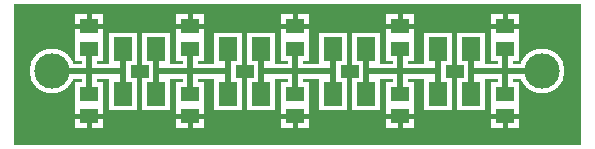
<source format=gbr>
%FSLAX34Y34*%
%MOMM*%
%LNCOPPER_TOP*%
G71*
G01*
%ADD10R, 2.400X2.100*%
%ADD11R, 2.400X2.800*%
%ADD12C, 1.300*%
%ADD13C, 3.800*%
%ADD14C, 0.433*%
%ADD15R, 1.600X1.300*%
%ADD16R, 1.600X2.000*%
%ADD17C, 0.500*%
%ADD18C, 3.000*%
%LPD*%
G36*
X0Y0D02*
X480000Y0D01*
X480000Y-120000D01*
X0Y-120000D01*
X0Y0D01*
G37*
%LPC*%
X63475Y-76225D02*
G54D10*
D03*
X63475Y-95225D02*
G54D10*
D03*
X92075Y-38100D02*
G54D11*
D03*
X120075Y-38100D02*
G54D11*
D03*
G54D12*
X32325Y-57150D02*
X63475Y-57175D01*
X92075Y-57150D01*
X32325Y-57150D02*
G54D13*
D03*
X446525Y-57150D02*
G54D13*
D03*
X92075Y-76200D02*
G54D11*
D03*
X120075Y-76200D02*
G54D11*
D03*
G54D12*
X92075Y-38100D02*
X92075Y-76200D01*
X63475Y-38075D02*
G54D10*
D03*
X63475Y-19075D02*
G54D10*
D03*
G54D12*
X63475Y-38075D02*
X63475Y-76175D01*
X149200Y-76225D02*
G54D10*
D03*
X149200Y-95225D02*
G54D10*
D03*
X149200Y-38075D02*
G54D10*
D03*
X149200Y-19075D02*
G54D10*
D03*
G54D12*
X149200Y-38075D02*
X149200Y-76175D01*
G54D12*
X179825Y-57150D02*
X148675Y-57175D01*
X120075Y-57150D01*
G54D12*
X120075Y-38100D02*
X120075Y-76200D01*
X180975Y-38100D02*
G54D11*
D03*
X208975Y-38100D02*
G54D11*
D03*
X180975Y-76200D02*
G54D11*
D03*
X208975Y-76200D02*
G54D11*
D03*
G54D12*
X180975Y-38100D02*
X180975Y-76200D01*
X238100Y-76225D02*
G54D10*
D03*
X238100Y-95225D02*
G54D10*
D03*
X238100Y-38075D02*
G54D10*
D03*
X238100Y-19075D02*
G54D10*
D03*
G54D12*
X238100Y-38075D02*
X238100Y-76175D01*
G54D12*
X268725Y-57150D02*
X237575Y-57175D01*
X208975Y-57150D01*
G54D12*
X208975Y-38100D02*
X208975Y-76200D01*
X269875Y-38100D02*
G54D11*
D03*
X297875Y-38100D02*
G54D11*
D03*
X269875Y-76200D02*
G54D11*
D03*
X297875Y-76200D02*
G54D11*
D03*
G54D12*
X269875Y-38100D02*
X269875Y-76200D01*
X327000Y-76225D02*
G54D10*
D03*
X327000Y-95225D02*
G54D10*
D03*
X327000Y-38075D02*
G54D10*
D03*
X327000Y-19075D02*
G54D10*
D03*
G54D12*
X327000Y-38075D02*
X327000Y-76175D01*
G54D12*
X357625Y-57150D02*
X326475Y-57175D01*
X297875Y-57150D01*
G54D12*
X297875Y-38100D02*
X297875Y-76200D01*
X358775Y-38100D02*
G54D11*
D03*
X386775Y-38100D02*
G54D11*
D03*
X358775Y-76200D02*
G54D11*
D03*
X386775Y-76200D02*
G54D11*
D03*
G54D12*
X358775Y-38100D02*
X358775Y-76200D01*
X415900Y-76225D02*
G54D10*
D03*
X415900Y-95225D02*
G54D10*
D03*
X415900Y-38075D02*
G54D10*
D03*
X415900Y-19075D02*
G54D10*
D03*
G54D12*
X415900Y-38075D02*
X415900Y-76175D01*
G54D12*
X446525Y-57150D02*
X415375Y-57175D01*
X386775Y-57150D01*
G54D12*
X386775Y-38100D02*
X386775Y-76200D01*
%LPD*%
G54D14*
G36*
X63475Y-93058D02*
X75975Y-93058D01*
X75975Y-97392D01*
X63475Y-97392D01*
X63475Y-93058D01*
G37*
G36*
X65642Y-95225D02*
X65642Y-106225D01*
X61308Y-106225D01*
X61308Y-95225D01*
X65642Y-95225D01*
G37*
G36*
X63475Y-97392D02*
X50975Y-97392D01*
X50975Y-93058D01*
X63475Y-93058D01*
X63475Y-97392D01*
G37*
G54D14*
G36*
X63475Y-21242D02*
X50975Y-21242D01*
X50975Y-16908D01*
X63475Y-16908D01*
X63475Y-21242D01*
G37*
G36*
X61308Y-19075D02*
X61308Y-8075D01*
X65642Y-8075D01*
X65642Y-19075D01*
X61308Y-19075D01*
G37*
G36*
X63475Y-16908D02*
X75975Y-16908D01*
X75975Y-21242D01*
X63475Y-21242D01*
X63475Y-16908D01*
G37*
G54D14*
G36*
X149200Y-93058D02*
X161700Y-93058D01*
X161700Y-97392D01*
X149200Y-97392D01*
X149200Y-93058D01*
G37*
G36*
X151366Y-95225D02*
X151366Y-106225D01*
X147034Y-106225D01*
X147034Y-95225D01*
X151366Y-95225D01*
G37*
G36*
X149200Y-97392D02*
X136700Y-97392D01*
X136700Y-93058D01*
X149200Y-93058D01*
X149200Y-97392D01*
G37*
G54D14*
G36*
X149200Y-21242D02*
X136700Y-21242D01*
X136700Y-16908D01*
X149200Y-16908D01*
X149200Y-21242D01*
G37*
G36*
X147034Y-19075D02*
X147034Y-8075D01*
X151366Y-8075D01*
X151366Y-19075D01*
X147034Y-19075D01*
G37*
G36*
X149200Y-16908D02*
X161700Y-16908D01*
X161700Y-21242D01*
X149200Y-21242D01*
X149200Y-16908D01*
G37*
G54D14*
G36*
X238100Y-93058D02*
X250600Y-93058D01*
X250600Y-97392D01*
X238100Y-97392D01*
X238100Y-93058D01*
G37*
G36*
X240266Y-95225D02*
X240266Y-106225D01*
X235934Y-106225D01*
X235934Y-95225D01*
X240266Y-95225D01*
G37*
G36*
X238100Y-97392D02*
X225600Y-97392D01*
X225600Y-93058D01*
X238100Y-93058D01*
X238100Y-97392D01*
G37*
G54D14*
G36*
X238100Y-21242D02*
X225600Y-21242D01*
X225600Y-16908D01*
X238100Y-16908D01*
X238100Y-21242D01*
G37*
G36*
X235934Y-19075D02*
X235934Y-8075D01*
X240266Y-8075D01*
X240266Y-19075D01*
X235934Y-19075D01*
G37*
G36*
X238100Y-16908D02*
X250600Y-16908D01*
X250600Y-21242D01*
X238100Y-21242D01*
X238100Y-16908D01*
G37*
G54D14*
G36*
X327000Y-93058D02*
X339500Y-93058D01*
X339500Y-97392D01*
X327000Y-97392D01*
X327000Y-93058D01*
G37*
G36*
X329166Y-95225D02*
X329166Y-106225D01*
X324834Y-106225D01*
X324834Y-95225D01*
X329166Y-95225D01*
G37*
G36*
X327000Y-97392D02*
X314500Y-97392D01*
X314500Y-93058D01*
X327000Y-93058D01*
X327000Y-97392D01*
G37*
G54D14*
G36*
X327000Y-21242D02*
X314500Y-21242D01*
X314500Y-16908D01*
X327000Y-16908D01*
X327000Y-21242D01*
G37*
G36*
X324834Y-19075D02*
X324834Y-8075D01*
X329166Y-8075D01*
X329166Y-19075D01*
X324834Y-19075D01*
G37*
G36*
X327000Y-16908D02*
X339500Y-16908D01*
X339500Y-21242D01*
X327000Y-21242D01*
X327000Y-16908D01*
G37*
G54D14*
G36*
X415900Y-93058D02*
X428400Y-93058D01*
X428400Y-97392D01*
X415900Y-97392D01*
X415900Y-93058D01*
G37*
G36*
X418066Y-95225D02*
X418066Y-106225D01*
X413734Y-106225D01*
X413734Y-95225D01*
X418066Y-95225D01*
G37*
G36*
X415900Y-97392D02*
X403400Y-97392D01*
X403400Y-93058D01*
X415900Y-93058D01*
X415900Y-97392D01*
G37*
G54D14*
G36*
X415900Y-21242D02*
X403400Y-21242D01*
X403400Y-16908D01*
X415900Y-16908D01*
X415900Y-21242D01*
G37*
G36*
X413734Y-19075D02*
X413734Y-8075D01*
X418066Y-8075D01*
X418066Y-19075D01*
X413734Y-19075D01*
G37*
G36*
X415900Y-16908D02*
X428400Y-16908D01*
X428400Y-21242D01*
X415900Y-21242D01*
X415900Y-16908D01*
G37*
X63475Y-76225D02*
G54D15*
D03*
X63475Y-95225D02*
G54D15*
D03*
X92075Y-38100D02*
G54D16*
D03*
X120075Y-38100D02*
G54D16*
D03*
G54D17*
X32325Y-57150D02*
X63475Y-57175D01*
X92075Y-57150D01*
X32325Y-57150D02*
G54D18*
D03*
X446525Y-57150D02*
G54D18*
D03*
X92075Y-76200D02*
G54D16*
D03*
X120075Y-76200D02*
G54D16*
D03*
G54D17*
X92075Y-38100D02*
X92075Y-76200D01*
X63475Y-38075D02*
G54D15*
D03*
X63475Y-19075D02*
G54D15*
D03*
G54D17*
X63475Y-38075D02*
X63475Y-76175D01*
X149200Y-76225D02*
G54D15*
D03*
X149200Y-95225D02*
G54D15*
D03*
X149200Y-38075D02*
G54D15*
D03*
X149200Y-19075D02*
G54D15*
D03*
G54D17*
X149200Y-38075D02*
X149200Y-76175D01*
G54D17*
X179825Y-57150D02*
X148675Y-57175D01*
X120075Y-57150D01*
G54D17*
X120075Y-38100D02*
X120075Y-76200D01*
X180975Y-38100D02*
G54D16*
D03*
X208975Y-38100D02*
G54D16*
D03*
X180975Y-76200D02*
G54D16*
D03*
X208975Y-76200D02*
G54D16*
D03*
G54D17*
X180975Y-38100D02*
X180975Y-76200D01*
X238100Y-76225D02*
G54D15*
D03*
X238100Y-95225D02*
G54D15*
D03*
X238100Y-38075D02*
G54D15*
D03*
X238100Y-19075D02*
G54D15*
D03*
G54D17*
X238100Y-38075D02*
X238100Y-76175D01*
G54D17*
X268725Y-57150D02*
X237575Y-57175D01*
X208975Y-57150D01*
G54D17*
X208975Y-38100D02*
X208975Y-76200D01*
X269875Y-38100D02*
G54D16*
D03*
X297875Y-38100D02*
G54D16*
D03*
X269875Y-76200D02*
G54D16*
D03*
X297875Y-76200D02*
G54D16*
D03*
G54D17*
X269875Y-38100D02*
X269875Y-76200D01*
X327000Y-76225D02*
G54D15*
D03*
X327000Y-95225D02*
G54D15*
D03*
X327000Y-38075D02*
G54D15*
D03*
X327000Y-19075D02*
G54D15*
D03*
G54D17*
X327000Y-38075D02*
X327000Y-76175D01*
G54D17*
X357625Y-57150D02*
X326475Y-57175D01*
X297875Y-57150D01*
G54D17*
X297875Y-38100D02*
X297875Y-76200D01*
X358775Y-38100D02*
G54D16*
D03*
X386775Y-38100D02*
G54D16*
D03*
X358775Y-76200D02*
G54D16*
D03*
X386775Y-76200D02*
G54D16*
D03*
G54D17*
X358775Y-38100D02*
X358775Y-76200D01*
X415900Y-76225D02*
G54D15*
D03*
X415900Y-95225D02*
G54D15*
D03*
X415900Y-38075D02*
G54D15*
D03*
X415900Y-19075D02*
G54D15*
D03*
G54D17*
X415900Y-38075D02*
X415900Y-76175D01*
G54D17*
X446525Y-57150D02*
X415375Y-57175D01*
X386775Y-57150D01*
G54D17*
X386775Y-38100D02*
X386775Y-76200D01*
M02*

</source>
